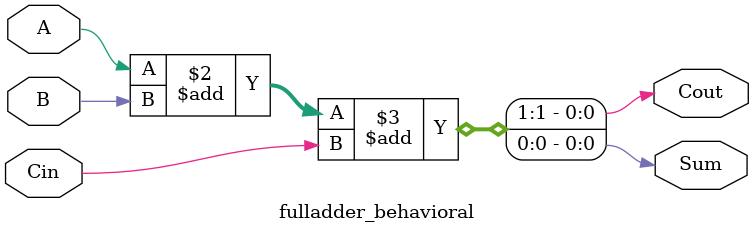
<source format=v>
module fulladder_behavioral(input A, B, Cin, output reg Sum, Cout);
  always @(*) begin
    {Cout, Sum} = A + B + Cin;
  end
endmodule

</source>
